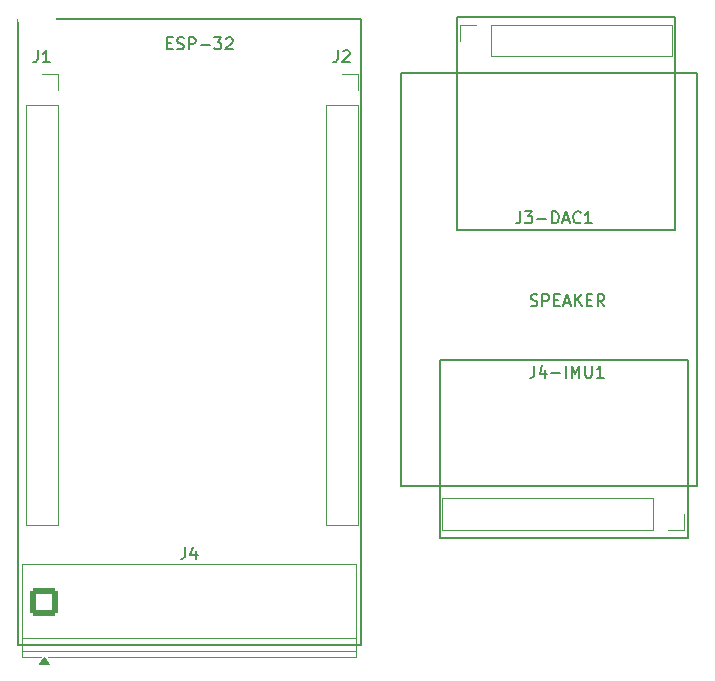
<source format=gto>
%TF.GenerationSoftware,KiCad,Pcbnew,9.0.5*%
%TF.CreationDate,2025-12-28T15:22:45+02:00*%
%TF.ProjectId,base-schematic-02,62617365-2d73-4636-9865-6d617469632d,rev?*%
%TF.SameCoordinates,Original*%
%TF.FileFunction,Legend,Top*%
%TF.FilePolarity,Positive*%
%FSLAX46Y46*%
G04 Gerber Fmt 4.6, Leading zero omitted, Abs format (unit mm)*
G04 Created by KiCad (PCBNEW 9.0.5) date 2025-12-28 15:22:45*
%MOMM*%
%LPD*%
G01*
G04 APERTURE LIST*
G04 Aperture macros list*
%AMRoundRect*
0 Rectangle with rounded corners*
0 $1 Rounding radius*
0 $2 $3 $4 $5 $6 $7 $8 $9 X,Y pos of 4 corners*
0 Add a 4 corners polygon primitive as box body*
4,1,4,$2,$3,$4,$5,$6,$7,$8,$9,$2,$3,0*
0 Add four circle primitives for the rounded corners*
1,1,$1+$1,$2,$3*
1,1,$1+$1,$4,$5*
1,1,$1+$1,$6,$7*
1,1,$1+$1,$8,$9*
0 Add four rect primitives between the rounded corners*
20,1,$1+$1,$2,$3,$4,$5,0*
20,1,$1+$1,$4,$5,$6,$7,0*
20,1,$1+$1,$6,$7,$8,$9,0*
20,1,$1+$1,$8,$9,$2,$3,0*%
G04 Aperture macros list end*
%ADD10C,0.200000*%
%ADD11C,0.150000*%
%ADD12C,0.120000*%
%ADD13R,1.700000X1.700000*%
%ADD14C,1.700000*%
%ADD15C,3.200000*%
%ADD16RoundRect,0.250001X-0.949999X-0.949999X0.949999X-0.949999X0.949999X0.949999X-0.949999X0.949999X0*%
%ADD17C,2.400000*%
G04 APERTURE END LIST*
D10*
X87709138Y-82394959D02*
X108709138Y-82394959D01*
X108709138Y-97394959D01*
X87709138Y-97394959D01*
X87709138Y-82394959D01*
X84450000Y-58025000D02*
X109450000Y-58025000D01*
X109450000Y-93025000D01*
X84450000Y-93025000D01*
X84450000Y-58025000D01*
X52000000Y-53460000D02*
X81000000Y-53460000D01*
X81000000Y-106460000D01*
X52000000Y-106460000D01*
X52000000Y-53460000D01*
X89130000Y-53325000D02*
X107630000Y-53325000D01*
X107630000Y-71325000D01*
X89130000Y-71325000D01*
X89130000Y-53325000D01*
D11*
X64588095Y-55531009D02*
X64921428Y-55531009D01*
X65064285Y-56054819D02*
X64588095Y-56054819D01*
X64588095Y-56054819D02*
X64588095Y-55054819D01*
X64588095Y-55054819D02*
X65064285Y-55054819D01*
X65445238Y-56007200D02*
X65588095Y-56054819D01*
X65588095Y-56054819D02*
X65826190Y-56054819D01*
X65826190Y-56054819D02*
X65921428Y-56007200D01*
X65921428Y-56007200D02*
X65969047Y-55959580D01*
X65969047Y-55959580D02*
X66016666Y-55864342D01*
X66016666Y-55864342D02*
X66016666Y-55769104D01*
X66016666Y-55769104D02*
X65969047Y-55673866D01*
X65969047Y-55673866D02*
X65921428Y-55626247D01*
X65921428Y-55626247D02*
X65826190Y-55578628D01*
X65826190Y-55578628D02*
X65635714Y-55531009D01*
X65635714Y-55531009D02*
X65540476Y-55483390D01*
X65540476Y-55483390D02*
X65492857Y-55435771D01*
X65492857Y-55435771D02*
X65445238Y-55340533D01*
X65445238Y-55340533D02*
X65445238Y-55245295D01*
X65445238Y-55245295D02*
X65492857Y-55150057D01*
X65492857Y-55150057D02*
X65540476Y-55102438D01*
X65540476Y-55102438D02*
X65635714Y-55054819D01*
X65635714Y-55054819D02*
X65873809Y-55054819D01*
X65873809Y-55054819D02*
X66016666Y-55102438D01*
X66445238Y-56054819D02*
X66445238Y-55054819D01*
X66445238Y-55054819D02*
X66826190Y-55054819D01*
X66826190Y-55054819D02*
X66921428Y-55102438D01*
X66921428Y-55102438D02*
X66969047Y-55150057D01*
X66969047Y-55150057D02*
X67016666Y-55245295D01*
X67016666Y-55245295D02*
X67016666Y-55388152D01*
X67016666Y-55388152D02*
X66969047Y-55483390D01*
X66969047Y-55483390D02*
X66921428Y-55531009D01*
X66921428Y-55531009D02*
X66826190Y-55578628D01*
X66826190Y-55578628D02*
X66445238Y-55578628D01*
X67445238Y-55673866D02*
X68207143Y-55673866D01*
X68588095Y-55054819D02*
X69207142Y-55054819D01*
X69207142Y-55054819D02*
X68873809Y-55435771D01*
X68873809Y-55435771D02*
X69016666Y-55435771D01*
X69016666Y-55435771D02*
X69111904Y-55483390D01*
X69111904Y-55483390D02*
X69159523Y-55531009D01*
X69159523Y-55531009D02*
X69207142Y-55626247D01*
X69207142Y-55626247D02*
X69207142Y-55864342D01*
X69207142Y-55864342D02*
X69159523Y-55959580D01*
X69159523Y-55959580D02*
X69111904Y-56007200D01*
X69111904Y-56007200D02*
X69016666Y-56054819D01*
X69016666Y-56054819D02*
X68730952Y-56054819D01*
X68730952Y-56054819D02*
X68635714Y-56007200D01*
X68635714Y-56007200D02*
X68588095Y-55959580D01*
X69588095Y-55150057D02*
X69635714Y-55102438D01*
X69635714Y-55102438D02*
X69730952Y-55054819D01*
X69730952Y-55054819D02*
X69969047Y-55054819D01*
X69969047Y-55054819D02*
X70064285Y-55102438D01*
X70064285Y-55102438D02*
X70111904Y-55150057D01*
X70111904Y-55150057D02*
X70159523Y-55245295D01*
X70159523Y-55245295D02*
X70159523Y-55340533D01*
X70159523Y-55340533D02*
X70111904Y-55483390D01*
X70111904Y-55483390D02*
X69540476Y-56054819D01*
X69540476Y-56054819D02*
X70159523Y-56054819D01*
X95380952Y-77757200D02*
X95523809Y-77804819D01*
X95523809Y-77804819D02*
X95761904Y-77804819D01*
X95761904Y-77804819D02*
X95857142Y-77757200D01*
X95857142Y-77757200D02*
X95904761Y-77709580D01*
X95904761Y-77709580D02*
X95952380Y-77614342D01*
X95952380Y-77614342D02*
X95952380Y-77519104D01*
X95952380Y-77519104D02*
X95904761Y-77423866D01*
X95904761Y-77423866D02*
X95857142Y-77376247D01*
X95857142Y-77376247D02*
X95761904Y-77328628D01*
X95761904Y-77328628D02*
X95571428Y-77281009D01*
X95571428Y-77281009D02*
X95476190Y-77233390D01*
X95476190Y-77233390D02*
X95428571Y-77185771D01*
X95428571Y-77185771D02*
X95380952Y-77090533D01*
X95380952Y-77090533D02*
X95380952Y-76995295D01*
X95380952Y-76995295D02*
X95428571Y-76900057D01*
X95428571Y-76900057D02*
X95476190Y-76852438D01*
X95476190Y-76852438D02*
X95571428Y-76804819D01*
X95571428Y-76804819D02*
X95809523Y-76804819D01*
X95809523Y-76804819D02*
X95952380Y-76852438D01*
X96380952Y-77804819D02*
X96380952Y-76804819D01*
X96380952Y-76804819D02*
X96761904Y-76804819D01*
X96761904Y-76804819D02*
X96857142Y-76852438D01*
X96857142Y-76852438D02*
X96904761Y-76900057D01*
X96904761Y-76900057D02*
X96952380Y-76995295D01*
X96952380Y-76995295D02*
X96952380Y-77138152D01*
X96952380Y-77138152D02*
X96904761Y-77233390D01*
X96904761Y-77233390D02*
X96857142Y-77281009D01*
X96857142Y-77281009D02*
X96761904Y-77328628D01*
X96761904Y-77328628D02*
X96380952Y-77328628D01*
X97380952Y-77281009D02*
X97714285Y-77281009D01*
X97857142Y-77804819D02*
X97380952Y-77804819D01*
X97380952Y-77804819D02*
X97380952Y-76804819D01*
X97380952Y-76804819D02*
X97857142Y-76804819D01*
X98238095Y-77519104D02*
X98714285Y-77519104D01*
X98142857Y-77804819D02*
X98476190Y-76804819D01*
X98476190Y-76804819D02*
X98809523Y-77804819D01*
X99142857Y-77804819D02*
X99142857Y-76804819D01*
X99714285Y-77804819D02*
X99285714Y-77233390D01*
X99714285Y-76804819D02*
X99142857Y-77376247D01*
X100142857Y-77281009D02*
X100476190Y-77281009D01*
X100619047Y-77804819D02*
X100142857Y-77804819D01*
X100142857Y-77804819D02*
X100142857Y-76804819D01*
X100142857Y-76804819D02*
X100619047Y-76804819D01*
X101619047Y-77804819D02*
X101285714Y-77328628D01*
X101047619Y-77804819D02*
X101047619Y-76804819D01*
X101047619Y-76804819D02*
X101428571Y-76804819D01*
X101428571Y-76804819D02*
X101523809Y-76852438D01*
X101523809Y-76852438D02*
X101571428Y-76900057D01*
X101571428Y-76900057D02*
X101619047Y-76995295D01*
X101619047Y-76995295D02*
X101619047Y-77138152D01*
X101619047Y-77138152D02*
X101571428Y-77233390D01*
X101571428Y-77233390D02*
X101523809Y-77281009D01*
X101523809Y-77281009D02*
X101428571Y-77328628D01*
X101428571Y-77328628D02*
X101047619Y-77328628D01*
X79066666Y-56144819D02*
X79066666Y-56859104D01*
X79066666Y-56859104D02*
X79019047Y-57001961D01*
X79019047Y-57001961D02*
X78923809Y-57097200D01*
X78923809Y-57097200D02*
X78780952Y-57144819D01*
X78780952Y-57144819D02*
X78685714Y-57144819D01*
X79495238Y-56240057D02*
X79542857Y-56192438D01*
X79542857Y-56192438D02*
X79638095Y-56144819D01*
X79638095Y-56144819D02*
X79876190Y-56144819D01*
X79876190Y-56144819D02*
X79971428Y-56192438D01*
X79971428Y-56192438D02*
X80019047Y-56240057D01*
X80019047Y-56240057D02*
X80066666Y-56335295D01*
X80066666Y-56335295D02*
X80066666Y-56430533D01*
X80066666Y-56430533D02*
X80019047Y-56573390D01*
X80019047Y-56573390D02*
X79447619Y-57144819D01*
X79447619Y-57144819D02*
X80066666Y-57144819D01*
X53666666Y-56144819D02*
X53666666Y-56859104D01*
X53666666Y-56859104D02*
X53619047Y-57001961D01*
X53619047Y-57001961D02*
X53523809Y-57097200D01*
X53523809Y-57097200D02*
X53380952Y-57144819D01*
X53380952Y-57144819D02*
X53285714Y-57144819D01*
X54666666Y-57144819D02*
X54095238Y-57144819D01*
X54380952Y-57144819D02*
X54380952Y-56144819D01*
X54380952Y-56144819D02*
X54285714Y-56287676D01*
X54285714Y-56287676D02*
X54190476Y-56382914D01*
X54190476Y-56382914D02*
X54095238Y-56430533D01*
X94517857Y-69779819D02*
X94517857Y-70494104D01*
X94517857Y-70494104D02*
X94470238Y-70636961D01*
X94470238Y-70636961D02*
X94375000Y-70732200D01*
X94375000Y-70732200D02*
X94232143Y-70779819D01*
X94232143Y-70779819D02*
X94136905Y-70779819D01*
X94898810Y-69779819D02*
X95517857Y-69779819D01*
X95517857Y-69779819D02*
X95184524Y-70160771D01*
X95184524Y-70160771D02*
X95327381Y-70160771D01*
X95327381Y-70160771D02*
X95422619Y-70208390D01*
X95422619Y-70208390D02*
X95470238Y-70256009D01*
X95470238Y-70256009D02*
X95517857Y-70351247D01*
X95517857Y-70351247D02*
X95517857Y-70589342D01*
X95517857Y-70589342D02*
X95470238Y-70684580D01*
X95470238Y-70684580D02*
X95422619Y-70732200D01*
X95422619Y-70732200D02*
X95327381Y-70779819D01*
X95327381Y-70779819D02*
X95041667Y-70779819D01*
X95041667Y-70779819D02*
X94946429Y-70732200D01*
X94946429Y-70732200D02*
X94898810Y-70684580D01*
X95946429Y-70398866D02*
X96708334Y-70398866D01*
X97184524Y-70779819D02*
X97184524Y-69779819D01*
X97184524Y-69779819D02*
X97422619Y-69779819D01*
X97422619Y-69779819D02*
X97565476Y-69827438D01*
X97565476Y-69827438D02*
X97660714Y-69922676D01*
X97660714Y-69922676D02*
X97708333Y-70017914D01*
X97708333Y-70017914D02*
X97755952Y-70208390D01*
X97755952Y-70208390D02*
X97755952Y-70351247D01*
X97755952Y-70351247D02*
X97708333Y-70541723D01*
X97708333Y-70541723D02*
X97660714Y-70636961D01*
X97660714Y-70636961D02*
X97565476Y-70732200D01*
X97565476Y-70732200D02*
X97422619Y-70779819D01*
X97422619Y-70779819D02*
X97184524Y-70779819D01*
X98136905Y-70494104D02*
X98613095Y-70494104D01*
X98041667Y-70779819D02*
X98375000Y-69779819D01*
X98375000Y-69779819D02*
X98708333Y-70779819D01*
X99613095Y-70684580D02*
X99565476Y-70732200D01*
X99565476Y-70732200D02*
X99422619Y-70779819D01*
X99422619Y-70779819D02*
X99327381Y-70779819D01*
X99327381Y-70779819D02*
X99184524Y-70732200D01*
X99184524Y-70732200D02*
X99089286Y-70636961D01*
X99089286Y-70636961D02*
X99041667Y-70541723D01*
X99041667Y-70541723D02*
X98994048Y-70351247D01*
X98994048Y-70351247D02*
X98994048Y-70208390D01*
X98994048Y-70208390D02*
X99041667Y-70017914D01*
X99041667Y-70017914D02*
X99089286Y-69922676D01*
X99089286Y-69922676D02*
X99184524Y-69827438D01*
X99184524Y-69827438D02*
X99327381Y-69779819D01*
X99327381Y-69779819D02*
X99422619Y-69779819D01*
X99422619Y-69779819D02*
X99565476Y-69827438D01*
X99565476Y-69827438D02*
X99613095Y-69875057D01*
X100565476Y-70779819D02*
X99994048Y-70779819D01*
X100279762Y-70779819D02*
X100279762Y-69779819D01*
X100279762Y-69779819D02*
X100184524Y-69922676D01*
X100184524Y-69922676D02*
X100089286Y-70017914D01*
X100089286Y-70017914D02*
X99994048Y-70065533D01*
X66136666Y-98214819D02*
X66136666Y-98929104D01*
X66136666Y-98929104D02*
X66089047Y-99071961D01*
X66089047Y-99071961D02*
X65993809Y-99167200D01*
X65993809Y-99167200D02*
X65850952Y-99214819D01*
X65850952Y-99214819D02*
X65755714Y-99214819D01*
X67041428Y-98548152D02*
X67041428Y-99214819D01*
X66803333Y-98167200D02*
X66565238Y-98881485D01*
X66565238Y-98881485D02*
X67184285Y-98881485D01*
X95707233Y-82849778D02*
X95707233Y-83564063D01*
X95707233Y-83564063D02*
X95659614Y-83706920D01*
X95659614Y-83706920D02*
X95564376Y-83802159D01*
X95564376Y-83802159D02*
X95421519Y-83849778D01*
X95421519Y-83849778D02*
X95326281Y-83849778D01*
X96611995Y-83183111D02*
X96611995Y-83849778D01*
X96373900Y-82802159D02*
X96135805Y-83516444D01*
X96135805Y-83516444D02*
X96754852Y-83516444D01*
X97135805Y-83468825D02*
X97897710Y-83468825D01*
X98373900Y-83849778D02*
X98373900Y-82849778D01*
X98850090Y-83849778D02*
X98850090Y-82849778D01*
X98850090Y-82849778D02*
X99183423Y-83564063D01*
X99183423Y-83564063D02*
X99516756Y-82849778D01*
X99516756Y-82849778D02*
X99516756Y-83849778D01*
X99992947Y-82849778D02*
X99992947Y-83659301D01*
X99992947Y-83659301D02*
X100040566Y-83754539D01*
X100040566Y-83754539D02*
X100088185Y-83802159D01*
X100088185Y-83802159D02*
X100183423Y-83849778D01*
X100183423Y-83849778D02*
X100373899Y-83849778D01*
X100373899Y-83849778D02*
X100469137Y-83802159D01*
X100469137Y-83802159D02*
X100516756Y-83754539D01*
X100516756Y-83754539D02*
X100564375Y-83659301D01*
X100564375Y-83659301D02*
X100564375Y-82849778D01*
X101564375Y-83849778D02*
X100992947Y-83849778D01*
X101278661Y-83849778D02*
X101278661Y-82849778D01*
X101278661Y-82849778D02*
X101183423Y-82992635D01*
X101183423Y-82992635D02*
X101088185Y-83087873D01*
X101088185Y-83087873D02*
X100992947Y-83135492D01*
D12*
%TO.C,J2*%
X78070000Y-60730000D02*
X78070000Y-96350000D01*
X78070000Y-60730000D02*
X80730000Y-60730000D01*
X78070000Y-96350000D02*
X80730000Y-96350000D01*
X79400000Y-58130000D02*
X80730000Y-58130000D01*
X80730000Y-58130000D02*
X80730000Y-59460000D01*
X80730000Y-60730000D02*
X80730000Y-96350000D01*
%TO.C,J1*%
X52670000Y-60730000D02*
X52670000Y-96350000D01*
X52670000Y-60730000D02*
X55330000Y-60730000D01*
X52670000Y-96350000D02*
X55330000Y-96350000D01*
X54000000Y-58130000D02*
X55330000Y-58130000D01*
X55330000Y-58130000D02*
X55330000Y-59460000D01*
X55330000Y-60730000D02*
X55330000Y-96350000D01*
%TO.C,J3-DAC1*%
X89420000Y-53995000D02*
X90750000Y-53995000D01*
X89420000Y-55325000D02*
X89420000Y-53995000D01*
X92020000Y-53995000D02*
X107320000Y-53995000D01*
X92020000Y-56655000D02*
X92020000Y-53995000D01*
X92020000Y-56655000D02*
X107320000Y-56655000D01*
X107320000Y-56655000D02*
X107320000Y-53995000D01*
%TO.C,J4*%
X52330000Y-99655000D02*
X80570000Y-99655000D01*
X52330000Y-105875000D02*
X80570000Y-105875000D01*
X52330000Y-106975000D02*
X80570000Y-106975000D01*
X52330000Y-107495000D02*
X52330000Y-99655000D01*
X53900000Y-107495000D02*
X52330000Y-107495000D01*
X80570000Y-99655000D02*
X80570000Y-107495000D01*
X80570000Y-107495000D02*
X54500000Y-107495000D01*
X54640000Y-108105000D02*
X53760000Y-108105000D01*
X54200000Y-107495000D01*
X54640000Y-108105000D01*
G36*
X54640000Y-108105000D02*
G01*
X53760000Y-108105000D01*
X54200000Y-107495000D01*
X54640000Y-108105000D01*
G37*
%TO.C,J4-IMU1*%
X87899138Y-94064959D02*
X87899138Y-96724959D01*
X105739138Y-94064959D02*
X87899138Y-94064959D01*
X105739138Y-94064959D02*
X105739138Y-96724959D01*
X105739138Y-96724959D02*
X87899138Y-96724959D01*
X108339138Y-95394959D02*
X108339138Y-96724959D01*
X108339138Y-96724959D02*
X107009138Y-96724959D01*
%TD*%
%LPC*%
D13*
%TO.C,J2*%
X79400000Y-59460000D03*
D14*
X79400000Y-62000000D03*
X79400000Y-64540000D03*
X79400000Y-67080000D03*
X79400000Y-69620000D03*
X79400000Y-72160000D03*
X79400000Y-74700000D03*
X79400000Y-77240000D03*
X79400000Y-79780000D03*
X79400000Y-82320000D03*
X79400000Y-84860000D03*
X79400000Y-87400000D03*
X79400000Y-89940000D03*
X79400000Y-92480000D03*
X79400000Y-95020000D03*
%TD*%
D13*
%TO.C,J1*%
X54000000Y-59460000D03*
D14*
X54000000Y-62000000D03*
X54000000Y-64540000D03*
X54000000Y-67080000D03*
X54000000Y-69620000D03*
X54000000Y-72160000D03*
X54000000Y-74700000D03*
X54000000Y-77240000D03*
X54000000Y-79780000D03*
X54000000Y-82320000D03*
X54000000Y-84860000D03*
X54000000Y-87400000D03*
X54000000Y-89940000D03*
X54000000Y-92480000D03*
X54000000Y-95020000D03*
%TD*%
D15*
%TO.C,H1*%
X53600000Y-53600000D03*
%TD*%
D13*
%TO.C,J3-DAC1*%
X90750000Y-55325000D03*
D14*
X93290000Y-55325000D03*
X95830000Y-55325000D03*
X98370000Y-55325000D03*
X100910000Y-55325000D03*
X103450000Y-55325000D03*
X105990000Y-55325000D03*
%TD*%
D15*
%TO.C,H4*%
X53600000Y-111400000D03*
%TD*%
D16*
%TO.C,J4*%
X54200000Y-102875000D03*
D17*
X57700000Y-102875000D03*
X61200000Y-102875000D03*
X64700000Y-102875000D03*
X68200000Y-102875000D03*
X71700000Y-102875000D03*
X75200000Y-102875000D03*
X78700000Y-102875000D03*
%TD*%
D15*
%TO.C,H3*%
X111410000Y-111420000D03*
%TD*%
%TO.C,H2*%
X111400000Y-53600000D03*
%TD*%
D13*
%TO.C,J4-IMU1*%
X107009138Y-95394959D03*
D14*
X104469138Y-95394959D03*
X101929138Y-95394959D03*
X99389138Y-95394959D03*
X96849138Y-95394959D03*
X94309138Y-95394959D03*
X91769138Y-95394959D03*
X89229138Y-95394959D03*
%TD*%
%LPD*%
M02*

</source>
